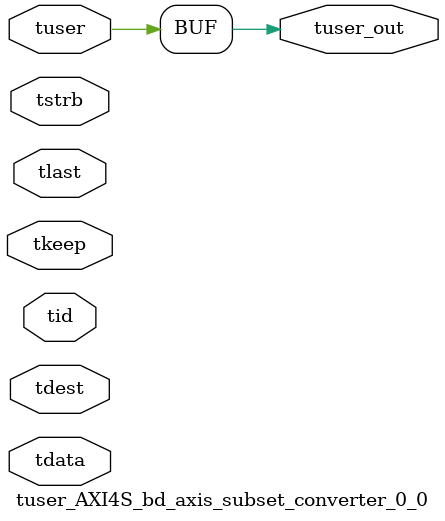
<source format=v>


`timescale 1ps/1ps

module tuser_AXI4S_bd_axis_subset_converter_0_0 #
(
parameter C_S_AXIS_TUSER_WIDTH = 1,
parameter C_S_AXIS_TDATA_WIDTH = 32,
parameter C_S_AXIS_TID_WIDTH   = 0,
parameter C_S_AXIS_TDEST_WIDTH = 0,
parameter C_M_AXIS_TUSER_WIDTH = 1
)
(
input  [(C_S_AXIS_TUSER_WIDTH == 0 ? 1 : C_S_AXIS_TUSER_WIDTH)-1:0     ] tuser,
input  [(C_S_AXIS_TDATA_WIDTH == 0 ? 1 : C_S_AXIS_TDATA_WIDTH)-1:0     ] tdata,
input  [(C_S_AXIS_TID_WIDTH   == 0 ? 1 : C_S_AXIS_TID_WIDTH)-1:0       ] tid,
input  [(C_S_AXIS_TDEST_WIDTH == 0 ? 1 : C_S_AXIS_TDEST_WIDTH)-1:0     ] tdest,
input  [(C_S_AXIS_TDATA_WIDTH/8)-1:0 ] tkeep,
input  [(C_S_AXIS_TDATA_WIDTH/8)-1:0 ] tstrb,
input                                                                    tlast,
output [C_M_AXIS_TUSER_WIDTH-1:0] tuser_out
);

assign tuser_out = {3'b000,tuser[0:0]};

endmodule


</source>
